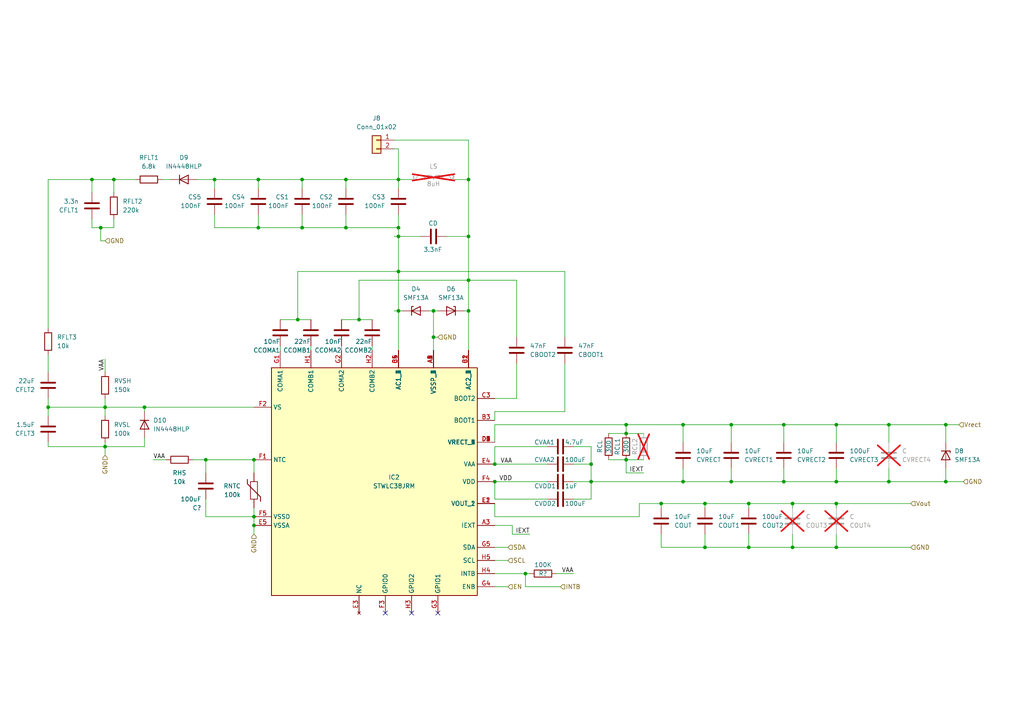
<source format=kicad_sch>
(kicad_sch (version 20230121) (generator eeschema)
  (paper "A4")
  (lib_symbols
    (symbol "Device:D" (pin_numbers hide) (pin_names (offset 1.016) hide)
      (property "Reference" "D" (at 0 2.54 0))
      (property "Value" "D" (at 0 -2.54 0))
      (symbol "D_0_1"
        (polyline (pts (xy -1.27 1.27) (xy -1.27 -1.27)) (stroke (width 0.254)))
        (polyline (pts (xy 1.27 0) (xy -1.27 0)))
        (polyline (pts (xy 1.27 1.27) (xy 1.27 -1.27) (xy -1.27 0) (xy 1.27 1.27)) (stroke (width 0.254)))
      )
      (symbol "D_1_1"
        (pin passive line (at -3.81 0 0) (length 2.54) (name "K") (number "1"))
        (pin passive line (at 3.81 0 180) (length 2.54) (name "A") (number "2"))
      )
    )
    (symbol "Device:D_Zener" (pin_numbers hide) (pin_names (offset 1.016) hide)
      (property "Reference" "D" (at 0 2.54 0))
      (property "Value" "D_Zener" (at 0 -2.54 0))
      (symbol "D_Zener_0_1"
        (polyline (pts (xy 1.27 0) (xy -1.27 0)))
        (polyline (pts (xy -1.27 -1.27) (xy -1.27 1.27) (xy -0.762 1.27)) (stroke (width 0.254)))
        (polyline (pts (xy 1.27 -1.27) (xy 1.27 1.27) (xy -1.27 0) (xy 1.27 -1.27)) (stroke (width 0.254)))
      )
      (symbol "D_Zener_1_1"
        (pin passive line (at -3.81 0 0) (length 2.54) (name "K") (number "1"))
        (pin passive line (at 3.81 0 180) (length 2.54) (name "A") (number "2"))
      )
    )
    (symbol "robot:C" (pin_numbers hide) (pin_names (offset 0.254))
      (property "Reference" "C" (at 0.635 2.54 0))
      (property "Value" "C" (at 0.635 -2.54 0))
      (symbol "C_0_1"
        (polyline (pts (xy -2.032 -0.762) (xy 2.032 -0.762)) (stroke (width 0.508)))
        (polyline (pts (xy -2.032 0.762) (xy 2.032 0.762)) (stroke (width 0.508)))
      )
      (symbol "C_1_1"
        (pin passive line (at 0 3.81 270) (length 2.794) (name "~") (number "1"))
        (pin passive line (at 0 -3.81 90) (length 2.794) (name "~") (number "2"))
      )
    )
    (symbol "robot:Conn_01x02" (pin_names (offset 1.016) hide)
      (property "Reference" "J" (at 0 2.54 0))
      (property "Value" "Conn_01x02" (at 0 -5.08 0))
      (symbol "Conn_01x02_1_1"
        (rectangle (start -1.27 -2.413) (end 0 -2.667) (stroke (width 0.1524)))
        (rectangle (start -1.27 0.127) (end 0 -0.127) (stroke (width 0.1524)))
        (rectangle (start -1.27 1.27) (end 1.27 -3.81) (stroke (width 0.254)) (fill (type background)))
        (pin passive line (at -5.08 0 0) (length 3.81) (name "Pin_1") (number "1"))
        (pin passive line (at -5.08 -2.54 0) (length 3.81) (name "Pin_2") (number "2"))
      )
    )
    (symbol "robot:INDUCTOR" (pin_numbers hide) (pin_names (offset 0))
      (property "Reference" "L" (at 0 2.54 0))
      (property "Value" "INDUCTOR" (at 0 -1.27 0))
      (symbol "INDUCTOR_0_1"
        (arc (start -2.54 0) (mid -3.81 1.2645) (end -5.08 0))
        (arc (start 0 0) (mid -1.27 1.2645) (end -2.54 0))
        (arc (start 2.54 0) (mid 1.27 1.2645) (end 0 0))
        (arc (start 5.08 0) (mid 3.81 1.2645) (end 2.54 0))
      )
      (symbol "INDUCTOR_1_1"
        (pin input line (at -6.35 0 0) (length 1.27) (name "1") (number "1"))
        (pin input line (at 6.35 0 180) (length 1.27) (name "2") (number "2"))
      )
    )
    (symbol "robot:R" (pin_numbers hide) (pin_names (offset 0))
      (property "Reference" "R" (at 2.032 0 90))
      (property "Value" "R" (at 0 0 90))
      (symbol "R_0_1"
        (rectangle (start -1.016 -2.54) (end 1.016 2.54) (stroke (width 0.254)))
      )
      (symbol "R_1_1"
        (pin passive line (at 0 3.81 270) (length 1.27) (name "~") (number "1"))
        (pin passive line (at 0 -3.81 90) (length 1.27) (name "~") (number "2"))
      )
    )
    (symbol "robot:STWLC38JRM"
      (property "Reference" "IC" (at -5.715 5.715 0))
      (property "Value" "STWLC38JRM" (at -5.715 3.175 0))
      (symbol "STWLC38JRM_1_1"
        (rectangle (start -35.56 33.02) (end 24.13 -33.02) (stroke (width 0.254)) (fill (type background)))
        (pin passive line (at 11.43 38.1 270) (length 5.08) (name "VSSP_1") (number "A1"))
        (pin passive line (at 11.43 38.1 270) (length 5.08) (name "VSSP_2") (number "A2"))
        (pin passive line (at 29.21 -12.7 180) (length 5.08) (name "IEXT") (number "A3"))
        (pin passive line (at 11.43 38.1 270) (length 5.08) (name "VSSP_3") (number "A4"))
        (pin passive line (at 11.43 38.1 270) (length 5.08) (name "VSSP_4") (number "A5"))
        (pin passive line (at 21.59 38.1 270) (length 5.08) (name "AC2_1") (number "B1"))
        (pin passive line (at 21.59 38.1 270) (length 5.08) (name "AC2_2") (number "B2"))
        (pin passive line (at 29.21 17.78 180) (length 5.08) (name "BOOT1") (number "B3"))
        (pin passive line (at 1.27 38.1 270) (length 5.08) (name "AC1_1") (number "B4"))
        (pin passive line (at 1.27 38.1 270) (length 5.08) (name "AC1_2") (number "B5"))
        (pin passive line (at 21.59 38.1 270) (length 5.08) (name "AC2_3") (number "C1"))
        (pin passive line (at 21.59 38.1 270) (length 5.08) (name "AC2_4") (number "C2"))
        (pin passive line (at 29.21 24.13 180) (length 5.08) (name "BOOT2") (number "C3"))
        (pin passive line (at 1.27 38.1 270) (length 5.08) (name "AC1_3") (number "C4"))
        (pin passive line (at 1.27 38.1 270) (length 5.08) (name "AC1_4") (number "C5"))
        (pin passive line (at 29.21 11.43 180) (length 5.08) (name "VRECT_1") (number "D1"))
        (pin passive line (at 29.21 11.43 180) (length 5.08) (name "VRECT_2") (number "D2"))
        (pin passive line (at 29.21 11.43 180) (length 5.08) (name "VRECT_3") (number "D3"))
        (pin passive line (at 29.21 11.43 180) (length 5.08) (name "VRECT_4") (number "D4"))
        (pin passive line (at 29.21 11.43 180) (length 5.08) (name "VRECT_5") (number "D5"))
        (pin passive line (at 29.21 -6.35 180) (length 5.08) (name "VOUT_1") (number "E1"))
        (pin passive line (at 29.21 -6.35 180) (length 5.08) (name "VOUT_2") (number "E2"))
        (pin no_connect line (at -10.16 -38.1 90) (length 5.08) (name "NC") (number "E3"))
        (pin passive line (at 29.21 5.08 180) (length 5.08) (name "VAA") (number "E4"))
        (pin passive line (at -40.64 -12.7 0) (length 5.08) (name "VSSA") (number "E5"))
        (pin passive line (at -40.64 6.35 0) (length 5.08) (name "NTC") (number "F1"))
        (pin passive line (at -40.64 21.59 0) (length 5.08) (name "VS") (number "F2"))
        (pin passive line (at -2.54 -38.1 90) (length 5.08) (name "GPIO0") (number "F3"))
        (pin passive line (at 29.21 0 180) (length 5.08) (name "VDD") (number "F4"))
        (pin passive line (at -40.64 -10.16 0) (length 5.08) (name "VSSD") (number "F5"))
        (pin passive line (at -33.02 38.1 270) (length 5.08) (name "COMA1") (number "G1"))
        (pin passive line (at -15.24 38.1 270) (length 5.08) (name "COMA2") (number "G2"))
        (pin passive line (at 12.7 -38.1 90) (length 5.08) (name "GPIO1") (number "G3"))
        (pin passive line (at 29.21 -30.48 180) (length 5.08) (name "ENB") (number "G4"))
        (pin passive line (at 29.21 -19.05 180) (length 5.08) (name "SDA") (number "G5"))
        (pin passive line (at -24.13 38.1 270) (length 5.08) (name "COMB1") (number "H1"))
        (pin passive line (at -6.35 38.1 270) (length 5.08) (name "COMB2") (number "H2"))
        (pin passive line (at 5.08 -38.1 90) (length 5.08) (name "GPIO2") (number "H3"))
        (pin passive line (at 29.21 -26.67 180) (length 5.08) (name "INTB") (number "H4"))
        (pin passive line (at 29.21 -22.86 180) (length 5.08) (name "SCL") (number "H5"))
      )
    )
    (symbol "robot:Thermistor" (pin_numbers hide) (pin_names (offset 0))
      (property "Reference" "TH" (at 2.54 1.27 90))
      (property "Value" "Thermistor" (at -2.54 0 90))
      (symbol "Thermistor_0_1"
        (rectangle (start -1.016 2.54) (end 1.016 -2.54) (stroke (width 0.2032)))
        (polyline (pts (xy -1.905 3.175) (xy -1.905 1.905) (xy 1.905 -1.905) (xy 1.905 -3.175) (xy 1.905 -3.175)) (stroke (width 0.254)))
      )
      (symbol "Thermistor_1_1"
        (pin passive line (at 0 5.08 270) (length 2.54) (name "~") (number "1"))
        (pin passive line (at 0 -5.08 90) (length 2.54) (name "~") (number "2"))
      )
    )
  )
  (junction (at 257.81 123.19))
  (junction (at 73.66 133.35))
  (junction (at 87.63 66.04))
  (junction (at 181.61 123.19))
  (junction (at 227.33 123.19))
  (junction (at 13.97 118.11))
  (junction (at 143.51 134.62))
  (junction (at 74.93 52.07))
  (junction (at 29.21 66.04))
  (junction (at 152.4 166.37))
  (junction (at 104.14 92.71))
  (junction (at 30.48 129.54))
  (junction (at 229.87 158.75))
  (junction (at 125.73 97.79))
  (junction (at 100.33 66.04))
  (junction (at 115.57 52.07))
  (junction (at 242.57 123.19))
  (junction (at 274.32 139.7))
  (junction (at 33.02 52.07))
  (junction (at 212.09 123.19))
  (junction (at 135.89 81.28))
  (junction (at 217.17 158.75))
  (junction (at 204.47 158.75))
  (junction (at 227.33 139.7))
  (junction (at 30.48 118.11))
  (junction (at 257.81 139.7))
  (junction (at 74.93 66.04))
  (junction (at 115.57 78.74))
  (junction (at 229.87 146.05))
  (junction (at 204.47 146.05))
  (junction (at 171.45 134.62))
  (junction (at 115.57 68.58))
  (junction (at 242.57 158.75))
  (junction (at 181.61 125.73))
  (junction (at 41.91 118.11))
  (junction (at 191.77 146.05))
  (junction (at 125.73 90.17))
  (junction (at 171.45 139.7))
  (junction (at 135.89 90.17))
  (junction (at 181.61 133.35))
  (junction (at 217.17 146.05))
  (junction (at 242.57 146.05))
  (junction (at 143.51 139.7))
  (junction (at 100.33 52.07))
  (junction (at 198.12 139.7))
  (junction (at 73.66 149.86))
  (junction (at 135.89 68.58))
  (junction (at 26.67 52.07))
  (junction (at 87.63 52.07))
  (junction (at 86.36 92.71))
  (junction (at 198.12 123.19))
  (junction (at 115.57 66.04))
  (junction (at 62.23 52.07))
  (junction (at 212.09 139.7))
  (junction (at 115.57 90.17))
  (junction (at 274.32 123.19))
  (junction (at 59.69 133.35))
  (junction (at 73.66 152.4))
  (junction (at 135.89 52.07))
  (junction (at 242.57 139.7))
  (no_connect (at 127 177.8))
  (no_connect (at 119.38 177.8))
  (no_connect (at 111.76 177.8))
  (wire (pts (xy 104.14 81.28) (xy 104.14 92.71)))
  (wire (pts (xy 73.66 147.32) (xy 73.66 149.86)))
  (wire (pts (xy 129.54 68.58) (xy 135.89 68.58)))
  (wire (pts (xy 13.97 52.07) (xy 26.67 52.07)))
  (wire (pts (xy 143.51 115.57) (xy 149.86 115.57)))
  (wire (pts (xy 13.97 129.54) (xy 30.48 129.54)))
  (wire (pts (xy 143.51 134.62) (xy 158.75 134.62)))
  (wire (pts (xy 115.57 90.17) (xy 115.57 78.74)))
  (wire (pts (xy 148.59 154.94) (xy 153.67 154.94)))
  (wire (pts (xy 13.97 102.87) (xy 13.97 107.95)))
  (wire (pts (xy 257.81 123.19) (xy 274.32 123.19)))
  (wire (pts (xy 242.57 123.19) (xy 257.81 123.19)))
  (wire (pts (xy 181.61 123.19) (xy 181.61 125.73)))
  (wire (pts (xy 33.02 52.07) (xy 26.67 52.07)))
  (wire (pts (xy 13.97 128.27) (xy 13.97 129.54)))
  (wire (pts (xy 185.42 146.05) (xy 191.77 146.05)))
  (wire (pts (xy 274.32 123.19) (xy 274.32 128.27)))
  (wire (pts (xy 100.33 66.04) (xy 115.57 66.04)))
  (wire (pts (xy 204.47 146.05) (xy 217.17 146.05)))
  (wire (pts (xy 74.93 62.23) (xy 74.93 66.04)))
  (wire (pts (xy 191.77 146.05) (xy 191.77 147.32)))
  (wire (pts (xy 62.23 52.07) (xy 62.23 54.61)))
  (wire (pts (xy 59.69 144.78) (xy 59.69 149.86)))
  (wire (pts (xy 181.61 123.19) (xy 198.12 123.19)))
  (wire (pts (xy 87.63 66.04) (xy 100.33 66.04)))
  (wire (pts (xy 143.51 144.78) (xy 158.75 144.78)))
  (wire (pts (xy 74.93 66.04) (xy 87.63 66.04)))
  (wire (pts (xy 100.33 52.07) (xy 100.33 54.61)))
  (wire (pts (xy 163.83 119.38) (xy 163.83 105.41)))
  (wire (pts (xy 73.66 152.4) (xy 73.66 154.94)))
  (wire (pts (xy 229.87 158.75) (xy 242.57 158.75)))
  (wire (pts (xy 217.17 146.05) (xy 217.17 147.32)))
  (wire (pts (xy 26.67 55.88) (xy 26.67 52.07)))
  (wire (pts (xy 204.47 146.05) (xy 204.47 147.32)))
  (wire (pts (xy 59.69 133.35) (xy 73.66 133.35)))
  (wire (pts (xy 115.57 62.23) (xy 115.57 66.04)))
  (wire (pts (xy 212.09 123.19) (xy 227.33 123.19)))
  (wire (pts (xy 114.3 40.64) (xy 135.89 40.64)))
  (wire (pts (xy 181.61 133.35) (xy 186.69 133.35)))
  (wire (pts (xy 29.21 69.85) (xy 29.21 66.04)))
  (wire (pts (xy 212.09 139.7) (xy 227.33 139.7)))
  (wire (pts (xy 242.57 146.05) (xy 264.16 146.05)))
  (wire (pts (xy 135.89 52.07) (xy 135.89 68.58)))
  (wire (pts (xy 204.47 158.75) (xy 217.17 158.75)))
  (wire (pts (xy 41.91 118.11) (xy 41.91 119.38)))
  (wire (pts (xy 274.32 135.89) (xy 274.32 139.7)))
  (wire (pts (xy 229.87 146.05) (xy 242.57 146.05)))
  (wire (pts (xy 163.83 97.79) (xy 163.83 78.74)))
  (wire (pts (xy 41.91 118.11) (xy 73.66 118.11)))
  (wire (pts (xy 227.33 123.19) (xy 227.33 128.27)))
  (wire (pts (xy 125.73 90.17) (xy 125.73 97.79)))
  (wire (pts (xy 135.89 68.58) (xy 135.89 81.28)))
  (wire (pts (xy 127 90.17) (xy 125.73 90.17)))
  (wire (pts (xy 29.21 66.04) (xy 33.02 66.04)))
  (wire (pts (xy 171.45 129.54) (xy 171.45 134.62)))
  (wire (pts (xy 163.83 78.74) (xy 115.57 78.74)))
  (wire (pts (xy 198.12 123.19) (xy 198.12 128.27)))
  (wire (pts (xy 191.77 154.94) (xy 191.77 158.75)))
  (wire (pts (xy 227.33 139.7) (xy 242.57 139.7)))
  (wire (pts (xy 181.61 137.16) (xy 186.69 137.16)))
  (wire (pts (xy 13.97 118.11) (xy 13.97 120.65)))
  (wire (pts (xy 152.4 170.18) (xy 162.56 170.18)))
  (wire (pts (xy 86.36 92.71) (xy 90.17 92.71)))
  (wire (pts (xy 13.97 115.57) (xy 13.97 118.11)))
  (wire (pts (xy 217.17 154.94) (xy 217.17 158.75)))
  (wire (pts (xy 143.51 139.7) (xy 158.75 139.7)))
  (wire (pts (xy 171.45 144.78) (xy 166.37 144.78)))
  (wire (pts (xy 227.33 123.19) (xy 242.57 123.19)))
  (wire (pts (xy 149.86 115.57) (xy 149.86 105.41)))
  (wire (pts (xy 44.45 133.35) (xy 48.26 133.35)))
  (wire (pts (xy 212.09 139.7) (xy 212.09 135.89)))
  (wire (pts (xy 59.69 149.86) (xy 73.66 149.86)))
  (wire (pts (xy 62.23 52.07) (xy 74.93 52.07)))
  (wire (pts (xy 242.57 158.75) (xy 264.16 158.75)))
  (wire (pts (xy 59.69 137.16) (xy 59.69 133.35)))
  (wire (pts (xy 125.73 97.79) (xy 125.73 101.6)))
  (wire (pts (xy 87.63 52.07) (xy 87.63 54.61)))
  (wire (pts (xy 33.02 52.07) (xy 39.37 52.07)))
  (wire (pts (xy 30.48 128.27) (xy 30.48 129.54)))
  (wire (pts (xy 257.81 139.7) (xy 257.81 135.89)))
  (wire (pts (xy 132.08 52.07) (xy 135.89 52.07)))
  (wire (pts (xy 30.48 115.57) (xy 30.48 118.11)))
  (wire (pts (xy 100.33 52.07) (xy 115.57 52.07)))
  (wire (pts (xy 115.57 101.6) (xy 115.57 90.17)))
  (wire (pts (xy 171.45 129.54) (xy 166.37 129.54)))
  (wire (pts (xy 198.12 139.7) (xy 212.09 139.7)))
  (wire (pts (xy 135.89 90.17) (xy 135.89 101.6)))
  (wire (pts (xy 99.06 92.71) (xy 104.14 92.71)))
  (wire (pts (xy 171.45 139.7) (xy 166.37 139.7)))
  (wire (pts (xy 143.51 149.86) (xy 143.51 146.05)))
  (wire (pts (xy 115.57 68.58) (xy 121.92 68.58)))
  (wire (pts (xy 30.48 69.85) (xy 29.21 69.85)))
  (wire (pts (xy 62.23 66.04) (xy 74.93 66.04)))
  (wire (pts (xy 74.93 52.07) (xy 87.63 52.07)))
  (wire (pts (xy 143.51 149.86) (xy 185.42 149.86)))
  (wire (pts (xy 143.51 170.18) (xy 147.32 170.18)))
  (wire (pts (xy 135.89 40.64) (xy 135.89 52.07)))
  (wire (pts (xy 135.89 81.28) (xy 149.86 81.28)))
  (wire (pts (xy 229.87 154.94) (xy 229.87 158.75)))
  (wire (pts (xy 81.28 92.71) (xy 86.36 92.71)))
  (wire (pts (xy 198.12 139.7) (xy 198.12 135.89)))
  (wire (pts (xy 176.53 133.35) (xy 181.61 133.35)))
  (wire (pts (xy 13.97 95.25) (xy 13.97 52.07)))
  (wire (pts (xy 185.42 149.86) (xy 185.42 146.05)))
  (wire (pts (xy 143.51 119.38) (xy 143.51 121.92)))
  (wire (pts (xy 30.48 129.54) (xy 41.91 129.54)))
  (wire (pts (xy 87.63 62.23) (xy 87.63 66.04)))
  (wire (pts (xy 143.51 166.37) (xy 152.4 166.37)))
  (wire (pts (xy 242.57 146.05) (xy 242.57 147.32)))
  (wire (pts (xy 115.57 90.17) (xy 114.3 90.17)))
  (wire (pts (xy 143.51 158.75) (xy 147.32 158.75)))
  (wire (pts (xy 33.02 63.5) (xy 33.02 66.04)))
  (wire (pts (xy 204.47 154.94) (xy 204.47 158.75)))
  (wire (pts (xy 26.67 63.5) (xy 26.67 66.04)))
  (wire (pts (xy 26.67 66.04) (xy 29.21 66.04)))
  (wire (pts (xy 149.86 97.79) (xy 149.86 81.28)))
  (wire (pts (xy 274.32 123.19) (xy 278.13 123.19)))
  (wire (pts (xy 242.57 139.7) (xy 257.81 139.7)))
  (wire (pts (xy 55.88 133.35) (xy 59.69 133.35)))
  (wire (pts (xy 135.89 81.28) (xy 135.89 90.17)))
  (wire (pts (xy 148.59 154.94) (xy 148.59 152.4)))
  (wire (pts (xy 152.4 166.37) (xy 153.67 166.37)))
  (wire (pts (xy 181.61 125.73) (xy 186.69 125.73)))
  (wire (pts (xy 115.57 90.17) (xy 116.84 90.17)))
  (wire (pts (xy 115.57 68.58) (xy 114.3 68.58)))
  (wire (pts (xy 274.32 139.7) (xy 279.4 139.7)))
  (wire (pts (xy 217.17 146.05) (xy 229.87 146.05)))
  (wire (pts (xy 242.57 154.94) (xy 242.57 158.75)))
  (wire (pts (xy 257.81 123.19) (xy 257.81 128.27)))
  (wire (pts (xy 115.57 78.74) (xy 86.36 78.74)))
  (wire (pts (xy 33.02 55.88) (xy 33.02 52.07)))
  (wire (pts (xy 41.91 129.54) (xy 41.91 127)))
  (wire (pts (xy 115.57 66.04) (xy 115.57 68.58)))
  (wire (pts (xy 30.48 118.11) (xy 41.91 118.11)))
  (wire (pts (xy 107.95 100.33) (xy 107.95 101.6)))
  (wire (pts (xy 134.62 90.17) (xy 135.89 90.17)))
  (wire (pts (xy 125.73 97.79) (xy 127 97.79)))
  (wire (pts (xy 114.3 43.18) (xy 115.57 43.18)))
  (wire (pts (xy 212.09 123.19) (xy 212.09 128.27)))
  (wire (pts (xy 73.66 133.35) (xy 73.66 137.16)))
  (wire (pts (xy 30.48 129.54) (xy 30.48 132.08)))
  (wire (pts (xy 87.63 52.07) (xy 100.33 52.07)))
  (wire (pts (xy 176.53 125.73) (xy 181.61 125.73)))
  (wire (pts (xy 242.57 123.19) (xy 242.57 128.27)))
  (wire (pts (xy 30.48 118.11) (xy 30.48 120.65)))
  (wire (pts (xy 171.45 139.7) (xy 198.12 139.7)))
  (wire (pts (xy 135.89 81.28) (xy 104.14 81.28)))
  (wire (pts (xy 143.51 129.54) (xy 143.51 134.62)))
  (wire (pts (xy 104.14 92.71) (xy 107.95 92.71)))
  (wire (pts (xy 74.93 52.07) (xy 74.93 54.61)))
  (wire (pts (xy 30.48 107.95) (xy 30.48 104.14)))
  (wire (pts (xy 46.99 52.07) (xy 49.53 52.07)))
  (wire (pts (xy 217.17 158.75) (xy 229.87 158.75)))
  (wire (pts (xy 143.51 123.19) (xy 181.61 123.19)))
  (wire (pts (xy 171.45 134.62) (xy 171.45 139.7)))
  (wire (pts (xy 86.36 78.74) (xy 86.36 92.71)))
  (wire (pts (xy 57.15 52.07) (xy 62.23 52.07)))
  (wire (pts (xy 191.77 158.75) (xy 204.47 158.75)))
  (wire (pts (xy 257.81 139.7) (xy 274.32 139.7)))
  (wire (pts (xy 143.51 123.19) (xy 143.51 128.27)))
  (wire (pts (xy 143.51 119.38) (xy 163.83 119.38)))
  (wire (pts (xy 119.38 52.07) (xy 115.57 52.07)))
  (wire (pts (xy 115.57 78.74) (xy 115.57 68.58)))
  (wire (pts (xy 148.59 152.4) (xy 143.51 152.4)))
  (wire (pts (xy 13.97 118.11) (xy 30.48 118.11)))
  (wire (pts (xy 115.57 52.07) (xy 115.57 54.61)))
  (wire (pts (xy 191.77 146.05) (xy 204.47 146.05)))
  (wire (pts (xy 73.66 149.86) (xy 73.66 152.4)))
  (wire (pts (xy 229.87 146.05) (xy 229.87 147.32)))
  (wire (pts (xy 152.4 166.37) (xy 152.4 170.18)))
  (wire (pts (xy 90.17 100.33) (xy 90.17 101.6)))
  (wire (pts (xy 100.33 62.23) (xy 100.33 66.04)))
  (wire (pts (xy 198.12 123.19) (xy 212.09 123.19)))
  (wire (pts (xy 62.23 62.23) (xy 62.23 66.04)))
  (wire (pts (xy 161.29 166.37) (xy 166.37 166.37)))
  (wire (pts (xy 143.51 162.56) (xy 147.32 162.56)))
  (wire (pts (xy 166.37 134.62) (xy 171.45 134.62)))
  (wire (pts (xy 99.06 100.33) (xy 99.06 101.6)))
  (wire (pts (xy 227.33 139.7) (xy 227.33 135.89)))
  (wire (pts (xy 81.28 100.33) (xy 81.28 101.6)))
  (wire (pts (xy 242.57 139.7) (xy 242.57 135.89)))
  (wire (pts (xy 181.61 133.35) (xy 181.61 137.16)))
  (wire (pts (xy 143.51 129.54) (xy 158.75 129.54)))
  (wire (pts (xy 124.46 90.17) (xy 125.73 90.17)))
  (wire (pts (xy 143.51 139.7) (xy 143.51 144.78)))
  (wire (pts (xy 115.57 43.18) (xy 115.57 52.07)))
  (wire (pts (xy 171.45 139.7) (xy 171.45 144.78)))
  (label "VAA" (at 44.45 133.35 0))
  (label "VDD" (at 148.59 139.7 180))
  (label "IEXT" (at 186.69 137.16 180))
  (label "VAA" (at 30.48 104.14 270))
  (label "IEXT" (at 153.67 154.94 180))
  (label "VAA" (at 166.37 166.37 180))
  (label "VAA" (at 148.59 134.62 180))
  (hierarchical_label "GND" (shape input) (at 30.48 132.08 270))
  (hierarchical_label "GND" (shape input) (at 127 97.79 0))
  (hierarchical_label "GND" (shape input) (at 30.48 69.85 0))
  (hierarchical_label "GND" (shape input) (at 264.16 158.75 0))
  (hierarchical_label "Vout" (shape input) (at 264.16 146.05 0))
  (hierarchical_label "GND" (shape input) (at 279.4 139.7 0))
  (hierarchical_label "Vrect" (shape input) (at 278.13 123.19 0))
  (hierarchical_label "EN" (shape input) (at 147.32 170.18 0))
  (hierarchical_label "SDA" (shape input) (at 147.32 158.75 0))
  (hierarchical_label "SCL" (shape input) (at 147.32 162.56 0))
  (hierarchical_label "GND" (shape input) (at 73.66 154.94 270))
  (hierarchical_label "INTB" (shape input) (at 162.56 170.18 0))
  (symbol (lib_id "robot:C") (at 87.63 58.42 0) (mirror y) (unit 1)
    (property "Reference" "CS1" (at 83.82 57.15 0) (effects (justify left)))
    (property "Value" "100nF" (at 83.82 59.69 0) (effects (justify left)))
    (property "Footprint" "robot:C_0603_1608Metric" (effects hide))
    (property "V_Max" "50V" (effects hide))
  )
  (symbol (lib_id "robot:R") (at 52.07 133.35 90) (unit 1)
    (property "Reference" "RHS" (at 52.07 137.16 90))
    (property "Value" "10k" (at 52.07 139.7 90))
    (property "Footprint" "robot:R_0603_1608Metric" (effects hide))
  )
  (symbol (lib_id "robot:STWLC38JRM") (at 114.3 139.7 0) (unit 1)
    (property "Reference" "IC2" (at 114.3 138.43 0))
    (property "Value" "STWLC38JRM" (at 114.3 140.97 0))
    (property "Footprint" "robot:BGA40C40P5X8_213X333X57" (effects hide))
    (property "Datasheet" "https://www.st.com/resource/en/datasheet/stwlc38.pdf" (effects hide))
    (property "Height" "0.567" (effects hide))
    (property "Manufacturer_Name" "STMicroelectronics" (effects hide))
    (property "Manufacturer_Part_Number" "STWLC38JRM" (effects hide))
    (property "Mouser Part Number" "511-STWLC38JRM" (effects hide))
    (property "Mouser Price/Stock" "https://www.mouser.co.uk/ProductDetail/STMicroelectronics/STWLC38JRM?qs=vvQtp7zwQdOVn3vOcRFnyQ%3D%3D" (effects hide))
    (property "Arrow Part Number" "STWLC38JRM" (effects hide))
    (property "Arrow Price/Stock" "https://www.arrow.com/en/products/stwlc38jrm/stmicroelectronics?region=nac" (effects hide))
  )
  (symbol (lib_id "robot:C") (at 149.86 101.6 0) (mirror x) (unit 1)
    (property "Reference" "CBOOT2" (at 153.67 102.87 0) (effects (justify left)))
    (property "Value" "47nF" (at 153.67 100.33 0) (effects (justify left)))
    (property "Footprint" "robot:C_0603_1608Metric" (effects hide))
  )
  (symbol (lib_id "Device:D") (at 41.91 123.19 270) (unit 1)
    (property "Reference" "D10" (at 44.45 121.92 90) (effects (justify left)))
    (property "Value" "IN4448HLP" (at 44.45 124.46 90) (effects (justify left)))
  )
  (symbol (lib_id "robot:C") (at 99.06 96.52 180) (unit 1)
    (property "Reference" "CCOMA2" (at 99.06 101.6 0) (effects (justify left)))
    (property "Value" "10nF" (at 99.06 99.06 0) (effects (justify left)))
    (property "Footprint" "robot:C_0603_1608Metric" (effects hide))
  )
  (symbol (lib_id "robot:C") (at 198.12 132.08 0) (mirror x) (unit 1)
    (property "Reference" "CVRECT" (at 201.93 133.35 0) (effects (justify left)))
    (property "Value" "10uF" (at 201.93 130.81 0) (effects (justify left)))
    (property "Footprint" "robot:C_0603_1608Metric" (effects hide))
    (property "V_Max" "25V" (effects hide))
  )
  (symbol (lib_id "robot:C") (at 26.67 59.69 180) (unit 1)
    (property "Reference" "CFLT1" (at 22.86 60.96 0) (effects (justify left)))
    (property "Value" "3.3n" (at 22.86 58.42 0) (effects (justify left)))
    (property "Footprint" "robot:C_0603_1608Metric" (effects hide))
  )
  (symbol (lib_id "robot:C") (at 162.56 134.62 270) (mirror x) (unit 1)
    (property "Reference" "CVAA2" (at 154.94 133.35 90) (effects (justify left)))
    (property "Value" "100uF" (at 163.83 133.35 90) (effects (justify left)))
    (property "Footprint" "robot:C_0805_2012Metric" (effects hide))
    (property "V_Max" "25V" (effects hide))
  )
  (symbol (lib_id "robot:C") (at 13.97 124.46 180) (unit 1)
    (property "Reference" "CFLT3" (at 10.16 125.73 0) (effects (justify left)))
    (property "Value" "1.5uF" (at 10.16 123.19 0) (effects (justify left)))
    (property "Footprint" "robot:C_0603_1608Metric" (effects hide))
  )
  (symbol (lib_id "Device:D") (at 53.34 52.07 0) (unit 1)
    (property "Reference" "D9" (at 53.34 45.72 0))
    (property "Value" "IN4448HLP" (at 53.34 48.26 0))
  )
  (symbol (lib_id "Device:D_Zener") (at 120.65 90.17 0) (unit 1)
    (property "Reference" "D4" (at 120.65 83.82 0))
    (property "Value" "SMF13A" (at 120.65 86.36 0))
  )
  (symbol (lib_id "robot:C") (at 212.09 132.08 0) (mirror x) (unit 1)
    (property "Reference" "CVRECT1" (at 215.9 133.35 0) (effects (justify left)))
    (property "Value" "10uF" (at 215.9 130.81 0) (effects (justify left)))
    (property "Footprint" "robot:C_0603_1608Metric" (effects hide))
    (property "V_Max" "25V" (effects hide))
  )
  (symbol (lib_id "robot:C") (at 257.81 132.08 0) (mirror x) (unit 1) (dnp yes)
    (property "Reference" "CVRECT4" (at 261.62 133.35 0) (effects (justify left)))
    (property "Value" "C" (at 261.62 130.81 0) (effects (justify left)))
    (property "Footprint" "robot:C_0603_1608Metric" (effects hide))
  )
  (symbol (lib_id "robot:C") (at 125.73 68.58 90) (unit 1)
    (property "Reference" "CD" (at 127 64.77 90) (effects (justify left)))
    (property "Value" "3.3nF" (at 128.27 72.39 90) (effects (justify left)))
    (property "Footprint" "robot:C_0603_1608Metric" (effects hide))
    (property "V_Max" "50V" (effects hide))
  )
  (symbol (lib_id "robot:C") (at 162.56 144.78 270) (mirror x) (unit 1)
    (property "Reference" "CVDD2" (at 154.94 146.05 90) (effects (justify left)))
    (property "Value" "100uF" (at 163.83 146.05 90) (effects (justify left)))
    (property "Footprint" "robot:C_0805_2012Metric" (effects hide))
    (property "V_Max" "25V" (effects hide))
  )
  (symbol (lib_id "Device:D_Zener") (at 274.32 132.08 270) (unit 1)
    (property "Reference" "D8" (at 276.86 130.81 90) (effects (justify left)))
    (property "Value" "SMF13A" (at 276.86 133.35 90) (effects (justify left)))
  )
  (symbol (lib_id "robot:C") (at 227.33 132.08 0) (mirror x) (unit 1)
    (property "Reference" "CVRECT2" (at 231.14 133.35 0) (effects (justify left)))
    (property "Value" "10uF" (at 231.14 130.81 0) (effects (justify left)))
    (property "Footprint" "robot:C_0603_1608Metric" (effects hide))
    (property "V_Max" "25V" (effects hide))
  )
  (symbol (lib_id "robot:Thermistor") (at 73.66 142.24 0) (unit 1)
    (property "Reference" "RNTC" (at 69.85 140.97 0) (effects (justify right)))
    (property "Value" "100k" (at 69.85 143.51 0) (effects (justify right)))
  )
  (symbol (lib_id "Device:D_Zener") (at 130.81 90.17 0) (mirror y) (unit 1)
    (property "Reference" "D6" (at 130.81 83.82 0))
    (property "Value" "SMF13A" (at 130.81 86.36 0))
  )
  (symbol (lib_id "robot:C") (at 242.57 151.13 0) (mirror x) (unit 1) (dnp yes)
    (property "Reference" "COUT4" (at 246.38 152.4 0) (effects (justify left)))
    (property "Value" "C" (at 246.38 149.86 0) (effects (justify left)))
    (property "Footprint" "robot:C_0603_1608Metric" (effects hide))
  )
  (symbol (lib_id "robot:R") (at 33.02 59.69 0) (unit 1)
    (property "Reference" "RFLT2" (at 35.56 58.42 0) (effects (justify left)))
    (property "Value" "220k" (at 35.56 60.96 0) (effects (justify left)))
    (property "Footprint" "robot:R_0603_1608Metric" (effects hide))
  )
  (symbol (lib_id "robot:C") (at 191.77 151.13 0) (mirror x) (unit 1)
    (property "Reference" "COUT" (at 195.58 152.4 0) (effects (justify left)))
    (property "Value" "10uF" (at 195.58 149.86 0) (effects (justify left)))
    (property "Footprint" "robot:C_0603_1608Metric" (effects hide))
    (property "V_Max" "25V" (effects hide))
  )
  (symbol (lib_id "robot:C") (at 204.47 151.13 0) (mirror x) (unit 1)
    (property "Reference" "COUT1" (at 208.28 152.4 0) (effects (justify left)))
    (property "Value" "10uF" (at 208.28 149.86 0) (effects (justify left)))
    (property "Footprint" "robot:C_0603_1608Metric" (effects hide))
    (property "V_Max" "25V" (effects hide))
  )
  (symbol (lib_id "robot:C") (at 81.28 96.52 180) (unit 1)
    (property "Reference" "CCOMA1" (at 81.28 101.6 0) (effects (justify left)))
    (property "Value" "10nF" (at 81.28 99.06 0) (effects (justify left)))
    (property "Footprint" "robot:C_0603_1608Metric" (effects hide))
  )
  (symbol (lib_id "robot:C") (at 74.93 58.42 0) (mirror y) (unit 1)
    (property "Reference" "CS4" (at 71.12 57.15 0) (effects (justify left)))
    (property "Value" "100nF" (at 71.12 59.69 0) (effects (justify left)))
    (property "Footprint" "robot:C_0603_1608Metric" (effects hide))
    (property "V_Max" "50V" (effects hide))
  )
  (symbol (lib_id "robot:R") (at 176.53 129.54 180) (unit 1)
    (property "Reference" "RCL" (at 173.99 129.54 90))
    (property "Value" "300" (at 176.53 129.54 90))
    (property "Footprint" "robot:R_0603_1608Metric" (effects hide))
  )
  (symbol (lib_id "robot:C") (at 90.17 96.52 180) (unit 1)
    (property "Reference" "CCOMB1" (at 90.17 101.6 0) (effects (justify left)))
    (property "Value" "22nF" (at 90.17 99.06 0) (effects (justify left)))
    (property "Footprint" "robot:C_0603_1608Metric" (effects hide))
  )
  (symbol (lib_id "robot:C") (at 62.23 58.42 0) (mirror y) (unit 1)
    (property "Reference" "CS5" (at 58.42 57.15 0) (effects (justify left)))
    (property "Value" "100nF" (at 58.42 59.69 0) (effects (justify left)))
    (property "Footprint" "robot:C_0603_1608Metric" (effects hide))
    (property "V_Max" "50V" (effects hide))
  )
  (symbol (lib_id "robot:Conn_01x02") (at 109.22 40.64 0) (mirror y) (unit 1)
    (property "Reference" "J8" (at 109.22 34.29 0))
    (property "Value" "Conn_01x02" (at 109.22 36.83 0))
    (property "Footprint" "robot:THT_Pitch2.54mm_Drill1.0mm" (effects hide))
  )
  (symbol (lib_id "robot:C") (at 13.97 111.76 180) (unit 1)
    (property "Reference" "CFLT2" (at 10.16 113.03 0) (effects (justify left)))
    (property "Value" "22uF" (at 10.16 110.49 0) (effects (justify left)))
    (property "Footprint" "robot:C_0603_1608Metric" (effects hide))
  )
  (symbol (lib_id "robot:C") (at 217.17 151.13 0) (mirror x) (unit 1)
    (property "Reference" "COUT2" (at 220.98 152.4 0) (effects (justify left)))
    (property "Value" "100uF" (at 220.98 149.86 0) (effects (justify left)))
    (property "Footprint" "robot:C_0805_2012Metric" (effects hide))
  )
  (symbol (lib_id "robot:C") (at 115.57 58.42 0) (mirror y) (unit 1)
    (property "Reference" "CS3" (at 111.76 57.15 0) (effects (justify left)))
    (property "Value" "100nF" (at 111.76 59.69 0) (effects (justify left)))
    (property "Footprint" "robot:C_0603_1608Metric" (effects hide))
    (property "V_Max" "50V" (effects hide))
  )
  (symbol (lib_id "robot:C") (at 100.33 58.42 0) (mirror y) (unit 1)
    (property "Reference" "CS2" (at 96.52 57.15 0) (effects (justify left)))
    (property "Value" "100nF" (at 96.52 59.69 0) (effects (justify left)))
    (property "Footprint" "robot:C_0603_1608Metric" (effects hide))
    (property "V_Max" "50V" (effects hide))
  )
  (symbol (lib_id "robot:INDUCTOR") (at 125.73 52.07 0) (unit 1) (dnp yes)
    (property "Reference" "LS" (at 125.73 48.26 0))
    (property "Value" "8uH" (at 125.73 53.34 0))
  )
  (symbol (lib_id "robot:R") (at 30.48 124.46 180) (unit 1)
    (property "Reference" "RVSL" (at 33.02 123.19 0) (effects (justify right)))
    (property "Value" "100k" (at 33.02 125.73 0) (effects (justify right)))
    (property "Footprint" "robot:R_0603_1608Metric" (effects hide))
  )
  (symbol (lib_id "robot:R") (at 13.97 99.06 0) (unit 1)
    (property "Reference" "RFLT3" (at 16.51 97.79 0) (effects (justify left)))
    (property "Value" "10k" (at 16.51 100.33 0) (effects (justify left)))
    (property "Footprint" "robot:R_0603_1608Metric" (effects hide))
  )
  (symbol (lib_id "robot:R") (at 30.48 111.76 180) (unit 1)
    (property "Reference" "RVSH" (at 33.02 110.49 0) (effects (justify right)))
    (property "Value" "150k" (at 33.02 113.03 0) (effects (justify right)))
    (property "Footprint" "robot:R_0603_1608Metric" (effects hide))
  )
  (symbol (lib_id "robot:C") (at 163.83 101.6 0) (mirror x) (unit 1)
    (property "Reference" "CBOOT1" (at 167.64 102.87 0) (effects (justify left)))
    (property "Value" "47nF" (at 167.64 100.33 0) (effects (justify left)))
    (property "Footprint" "robot:C_0603_1608Metric" (effects hide))
  )
  (symbol (lib_id "robot:R") (at 43.18 52.07 270) (unit 1)
    (property "Reference" "RFLT1" (at 43.18 45.72 90))
    (property "Value" "6.8k" (at 43.18 48.26 90))
    (property "Footprint" "robot:R_0603_1608Metric" (effects hide))
  )
  (symbol (lib_id "robot:C") (at 162.56 139.7 270) (unit 1)
    (property "Reference" "CVDD1" (at 154.94 140.97 90) (effects (justify left)))
    (property "Value" "1uF" (at 163.83 140.97 90) (effects (justify left)))
    (property "Footprint" "robot:C_0603_1608Metric" (effects hide))
    (property "V_Max" "16V" (effects hide))
  )
  (symbol (lib_id "robot:C") (at 59.69 140.97 0) (mirror y) (unit 1)
    (property "Reference" "C?" (at 58.42 147.32 0) (effects (justify left)))
    (property "Value" "100uF" (at 58.42 144.78 0) (effects (justify left)))
    (property "Footprint" "robot:C_0805_2012Metric" (effects hide))
    (property "V_Max" "25V" (effects hide))
  )
  (symbol (lib_id "robot:R") (at 181.61 129.54 180) (unit 1)
    (property "Reference" "RCL1" (at 179.07 129.54 90))
    (property "Value" "300" (at 181.61 129.54 90))
    (property "Footprint" "robot:R_0603_1608Metric" (effects hide))
  )
  (symbol (lib_id "robot:C") (at 242.57 132.08 0) (mirror x) (unit 1)
    (property "Reference" "CVRECT3" (at 246.38 133.35 0) (effects (justify left)))
    (property "Value" "100uF" (at 246.38 130.81 0) (effects (justify left)))
    (property "Footprint" "robot:C_0805_2012Metric" (effects hide))
  )
  (symbol (lib_id "robot:R") (at 157.48 166.37 270) (unit 1)
    (property "Reference" "R?" (at 157.48 166.37 90))
    (property "Value" "100K" (at 157.48 163.83 90))
    (property "Footprint" "robot:R_0603_1608Metric" (effects hide))
  )
  (symbol (lib_id "robot:C") (at 162.56 129.54 270) (mirror x) (unit 1)
    (property "Reference" "CVAA1" (at 154.94 128.27 90) (effects (justify left)))
    (property "Value" "4.7uF" (at 163.83 128.27 90) (effects (justify left)))
    (property "Footprint" "robot:C_0603_1608Metric" (effects hide))
    (property "V_Max" "25V" (effects hide))
  )
  (symbol (lib_id "robot:C") (at 229.87 151.13 0) (mirror x) (unit 1) (dnp yes)
    (property "Reference" "COUT3" (at 233.68 152.4 0) (effects (justify left)))
    (property "Value" "C" (at 233.68 149.86 0) (effects (justify left)))
    (property "Footprint" "robot:C_0603_1608Metric" (effects hide))
  )
  (symbol (lib_id "robot:C") (at 107.95 96.52 180) (unit 1)
    (property "Reference" "CCOMB2" (at 107.95 101.6 0) (effects (justify left)))
    (property "Value" "22nF" (at 107.95 99.06 0) (effects (justify left)))
    (property "Footprint" "robot:C_0603_1608Metric" (effects hide))
  )
  (symbol (lib_id "robot:R") (at 186.69 129.54 180) (unit 1) (dnp yes)
    (property "Reference" "RCL2" (at 184.15 129.54 90))
    (property "Value" "R" (at 186.69 130.81 90))
    (property "Footprint" "robot:R_0603_1608Metric" (effects hide))
  )
)
</source>
